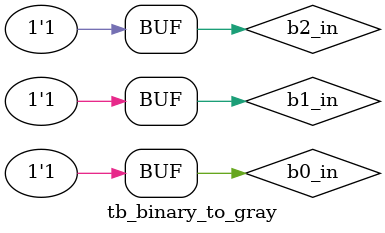
<source format=v>
`timescale 1ns / 1ps


module tb_binary_to_gray();
reg b0_in;
reg b1_in;
reg b2_in;
wire g0_out;
wire g1_out;
wire g2_out;


binary_to_gray DUT(
.b0_in(b0_in),
.b1_in(b1_in),
.b2_in(b2_in),
.g0_out(g0_out),
.g1_out(g1_out),
.g2_out(g2_out)
);
   
initial
    begin
        b0_in=1'b0;
        b1_in=1'b0;
        b2_in=1'b0;
        
        #10
        b0_in=1'b0;
        b1_in=1'b0;
        b2_in=1'b1;
        
        #20
        b0_in=1'b0;
        b1_in=1'b1;
        b2_in=1'b0;
        
        #30
        b0_in=1'b0;
        b1_in=1'b1;
        b2_in=1'b1;
        
        #40
        b0_in=1'b1;
        b1_in=1'b0;
        b2_in=1'b0;
        
        #50
        b0_in=1'b1;
        b1_in=1'b0;
        b2_in=1'b1;
        
        #60
        b0_in=1'b1;
        b1_in=1'b1;
        b2_in=1'b0;
        
        #70
        b0_in=1'b1;
        b1_in=1'b1;
        b2_in=1'b1;
end           
endmodule

</source>
